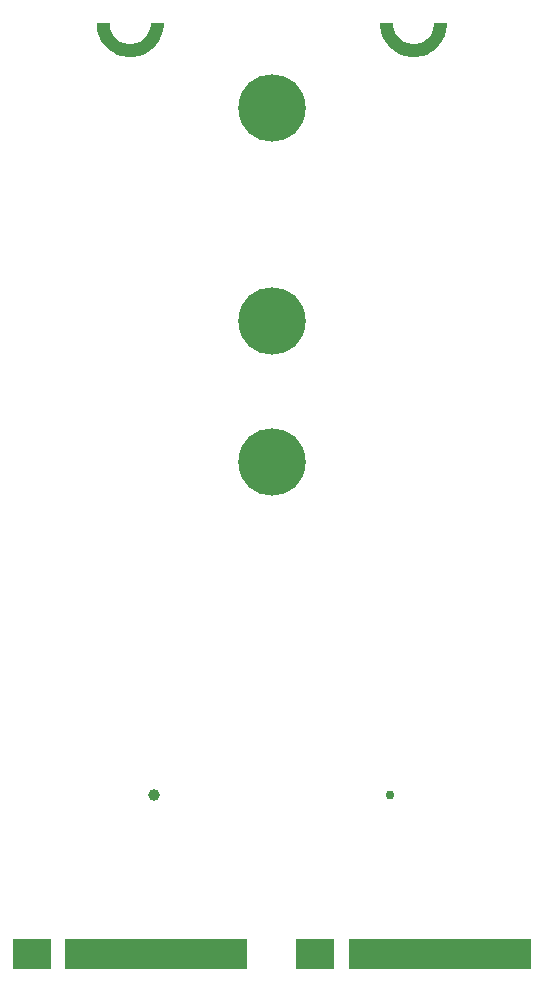
<source format=gbs>
G04*
G04 #@! TF.GenerationSoftware,Altium Limited,Altium Designer,24.5.2 (23)*
G04*
G04 Layer_Color=16711935*
%FSLAX44Y44*%
%MOMM*%
G71*
G04*
G04 #@! TF.SameCoordinates,91BA8B22-162D-4FD0-A550-99D68B665C59*
G04*
G04*
G04 #@! TF.FilePolarity,Negative*
G04*
G01*
G75*
%ADD19C,1.0032*%
%ADD20C,0.7532*%
%ADD21C,5.7032*%
%ADD26R,0.3500X1.9500*%
%ADD28R,15.4500X2.5000*%
%ADD29R,3.2000X2.5000*%
G36*
X138500Y800000D02*
X138500Y797757D01*
X137798Y793326D01*
X136412Y789060D01*
X134375Y785063D01*
X131739Y781433D01*
X128567Y778261D01*
X124937Y775624D01*
X120940Y773588D01*
X116674Y772202D01*
X112243Y771500D01*
X107757Y771500D01*
X103326Y772202D01*
X99060Y773588D01*
X95063Y775624D01*
X91433Y778261D01*
X88261Y781433D01*
X85625Y785063D01*
X83588Y789060D01*
X82202Y793326D01*
X81500Y797757D01*
X81500Y800000D01*
X81500Y800000D01*
X92500Y800000D01*
X92584Y798285D01*
X93253Y794920D01*
X94566Y791750D01*
X96472Y788898D01*
X98898Y786472D01*
X101751Y784566D01*
X104920Y783253D01*
X108285Y782584D01*
X111715Y782584D01*
X115080Y783253D01*
X118250Y784566D01*
X121102Y786472D01*
X123528Y788898D01*
X125434Y791751D01*
X126747Y794920D01*
X127416Y798285D01*
X127500Y800000D01*
X127500Y800000D01*
X138500Y800000D01*
D02*
G37*
G36*
X378500D02*
X378500Y797757D01*
X377798Y793326D01*
X376412Y789060D01*
X374375Y785063D01*
X371739Y781433D01*
X368567Y778261D01*
X364937Y775624D01*
X360940Y773588D01*
X356674Y772202D01*
X352243Y771500D01*
X347757Y771500D01*
X343326Y772202D01*
X339060Y773588D01*
X335063Y775624D01*
X331433Y778261D01*
X328261Y781433D01*
X325625Y785063D01*
X323588Y789060D01*
X322202Y793326D01*
X321500Y797757D01*
X321500Y800000D01*
X321500Y800000D01*
X332500Y800000D01*
X332584Y798285D01*
X333254Y794920D01*
X334566Y791750D01*
X336472Y788898D01*
X338898Y786472D01*
X341751Y784566D01*
X344920Y783253D01*
X348285Y782584D01*
X351716Y782584D01*
X355080Y783253D01*
X358250Y784566D01*
X361102Y786472D01*
X363528Y788898D01*
X365434Y791751D01*
X366747Y794920D01*
X367416Y798285D01*
X367500Y800000D01*
X367500Y800000D01*
X378500Y800000D01*
D02*
G37*
D19*
X130000Y146500D02*
D03*
D20*
X330000D02*
D03*
D21*
X230000Y548500D02*
D03*
Y728500D02*
D03*
Y428500D02*
D03*
D26*
X440000Y15250D02*
D03*
X435001D02*
D03*
X430000D02*
D03*
X425001D02*
D03*
X420000D02*
D03*
X415001D02*
D03*
X410000D02*
D03*
X405001D02*
D03*
X400000D02*
D03*
X395001D02*
D03*
X390000D02*
D03*
X385001D02*
D03*
X380000D02*
D03*
X375001D02*
D03*
X370000D02*
D03*
X365001D02*
D03*
X360000D02*
D03*
X355001D02*
D03*
X350000D02*
D03*
X344999D02*
D03*
X340000D02*
D03*
X334999D02*
D03*
X330000D02*
D03*
X324999D02*
D03*
X320000D02*
D03*
X314999D02*
D03*
X310000D02*
D03*
X304999D02*
D03*
X300000D02*
D03*
X274999D02*
D03*
X270000D02*
D03*
X264999D02*
D03*
X260000D02*
D03*
X200000D02*
D03*
X195001D02*
D03*
X190000D02*
D03*
X185001D02*
D03*
X180000D02*
D03*
X175001D02*
D03*
X170000D02*
D03*
X165001D02*
D03*
X160000D02*
D03*
X155001D02*
D03*
X150000D02*
D03*
X145001D02*
D03*
X140000D02*
D03*
X135001D02*
D03*
X130000D02*
D03*
X125001D02*
D03*
X120000D02*
D03*
X115001D02*
D03*
X110000D02*
D03*
X104999D02*
D03*
X100000D02*
D03*
X94999D02*
D03*
X90000D02*
D03*
X84999D02*
D03*
X80000D02*
D03*
X74999D02*
D03*
X70000D02*
D03*
X64999D02*
D03*
X60000D02*
D03*
X34999D02*
D03*
X30000D02*
D03*
X24999D02*
D03*
X20000D02*
D03*
D28*
X372000Y12500D02*
D03*
X132000D02*
D03*
D29*
X266750Y12500D02*
D03*
X26750Y12500D02*
D03*
M02*

</source>
